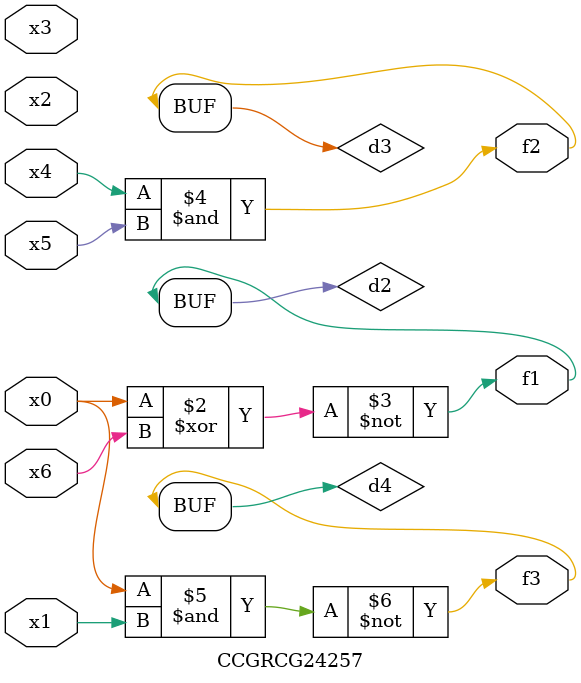
<source format=v>
module CCGRCG24257(
	input x0, x1, x2, x3, x4, x5, x6,
	output f1, f2, f3
);

	wire d1, d2, d3, d4;

	nor (d1, x0);
	xnor (d2, x0, x6);
	and (d3, x4, x5);
	nand (d4, x0, x1);
	assign f1 = d2;
	assign f2 = d3;
	assign f3 = d4;
endmodule

</source>
